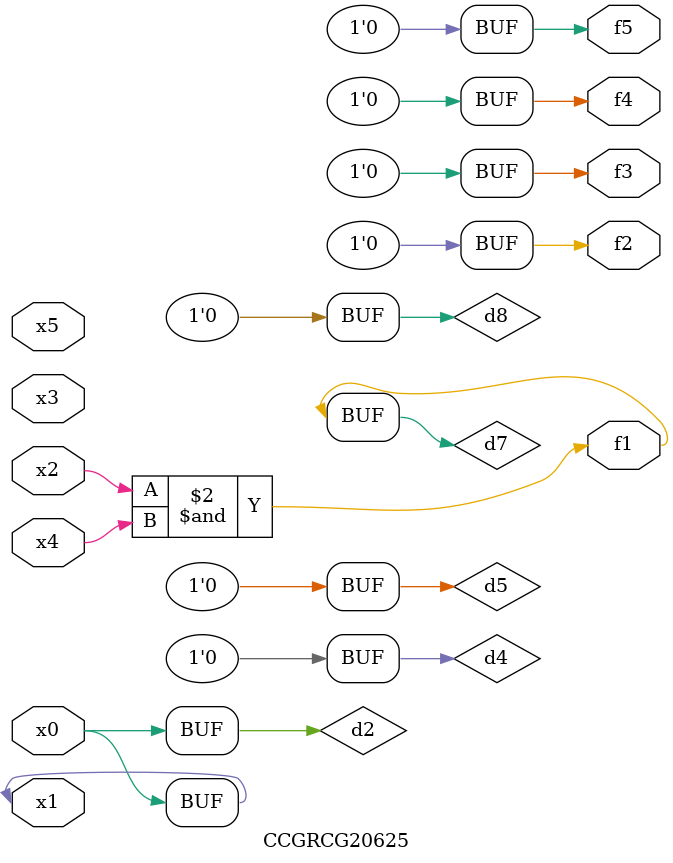
<source format=v>
module CCGRCG20625(
	input x0, x1, x2, x3, x4, x5,
	output f1, f2, f3, f4, f5
);

	wire d1, d2, d3, d4, d5, d6, d7, d8, d9;

	nand (d1, x1);
	buf (d2, x0, x1);
	nand (d3, x2, x4);
	and (d4, d1, d2);
	and (d5, d1, d2);
	nand (d6, d1, d3);
	not (d7, d3);
	xor (d8, d5);
	nor (d9, d5, d6);
	assign f1 = d7;
	assign f2 = d8;
	assign f3 = d8;
	assign f4 = d8;
	assign f5 = d8;
endmodule

</source>
